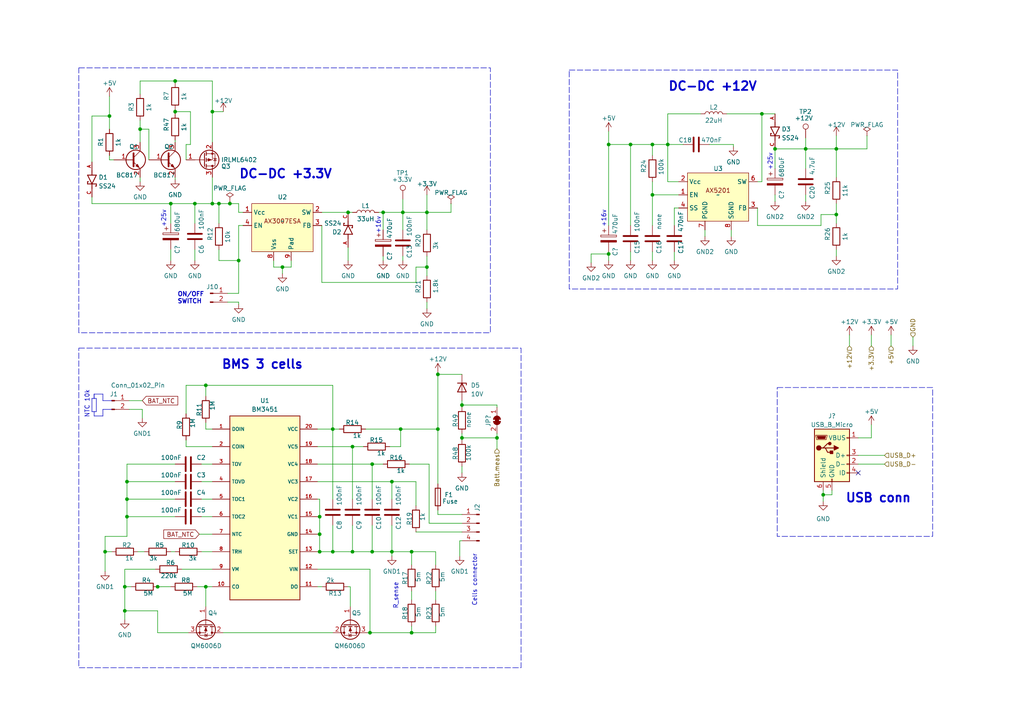
<source format=kicad_sch>
(kicad_sch (version 20230121) (generator eeschema)
  (paper "A4")
  (junction (at 123.825 77.47))
  (junction (at 81.915 77.47))
  (junction (at 144.145 127))
  (junction (at 59.69 111.76))
  (junction (at 176.53 41.91))
  (junction (at 233.68 43.18))
  (junction (at 30.48 160.02))
  (junction (at 36.195 170.18))
  (junction (at 238.76 143.51))
  (junction (at 189.23 56.515))
  (junction (at 92.71 160.02))
  (junction (at 36.83 144.78))
  (junction (at 107.95 160.02))
  (junction (at 36.83 139.7))
  (junction (at 133.985 127))
  (junction (at 69.215 75.565))
  (junction (at 50.8 32.385))
  (junction (at 176.53 73.66))
  (junction (at 92.71 154.94))
  (junction (at 119.38 183.515))
  (junction (at 92.71 149.86))
  (junction (at 66.675 59.055))
  (junction (at 49.53 59.055))
  (junction (at 127 124.46))
  (junction (at 127 108.585))
  (junction (at 113.665 160.02))
  (junction (at 102.235 129.54))
  (junction (at 193.675 41.91))
  (junction (at 116.205 124.46))
  (junction (at 116.84 61.595))
  (junction (at 36.83 149.86))
  (junction (at 50.8 23.495))
  (junction (at 220.98 33.02))
  (junction (at 61.595 59.055))
  (junction (at 102.235 160.02))
  (junction (at 133.985 117.475))
  (junction (at 107.315 183.515))
  (junction (at 242.57 43.18))
  (junction (at 45.72 170.18))
  (junction (at 111.125 61.595))
  (junction (at 113.665 139.7))
  (junction (at 31.75 33.655))
  (junction (at 123.825 61.595))
  (junction (at 40.64 37.465))
  (junction (at 242.57 62.23))
  (junction (at 56.515 59.055))
  (junction (at 59.69 170.18))
  (junction (at 96.52 124.46))
  (junction (at 182.88 41.91))
  (junction (at 96.52 160.02))
  (junction (at 189.23 41.91))
  (junction (at 100.965 61.595))
  (junction (at 224.79 43.18))
  (junction (at 107.95 134.62))
  (junction (at 61.595 32.385))
  (junction (at 36.195 177.165))
  (junction (at 119.38 160.02))
  (junction (at 63.5 59.055))
  (no_connect (at 248.92 137.16))
  (wire (pts (xy 124.46 134.62) (xy 118.745 134.62)))
  (wire (pts (xy 196.85 52.705) (xy 193.675 52.705)))
  (wire (pts (xy 92.075 129.54) (xy 102.235 129.54)))
  (wire (pts (xy 210.82 33.02) (xy 220.98 33.02)))
  (wire (pts (xy 113.665 139.7) (xy 120.65 139.7)))
  (wire (pts (xy 50.8 51.435) (xy 50.8 52.07)))
  (wire (pts (xy 56.515 59.055) (xy 56.515 64.77)))
  (wire (pts (xy 69.215 85.09) (xy 66.04 85.09)))
  (wire (pts (xy 113.665 139.7) (xy 113.665 144.78)))
  (wire (pts (xy 113.03 129.54) (xy 116.205 129.54)))
  (wire (pts (xy 63.5 72.39) (xy 63.5 75.565)))
  (wire (pts (xy 50.8 40.64) (xy 50.8 41.275)))
  (wire (pts (xy 171.45 73.66) (xy 176.53 73.66)))
  (wire (pts (xy 196.85 60.325) (xy 195.58 60.325)))
  (polyline (pts (xy 29.845 118.745) (xy 29.845 120.65)))
  (wire (pts (xy 92.075 144.78) (xy 92.71 144.78)))
  (wire (pts (xy 127 147.955) (xy 127 149.225)))
  (wire (pts (xy 93.345 81.915) (xy 120.65 81.915)))
  (wire (pts (xy 36.83 144.78) (xy 36.83 149.86)))
  (wire (pts (xy 61.595 129.54) (xy 53.975 129.54)))
  (wire (pts (xy 127 124.46) (xy 127 140.335)))
  (wire (pts (xy 36.83 149.86) (xy 36.83 155.575)))
  (wire (pts (xy 189.23 41.91) (xy 193.675 41.91)))
  (wire (pts (xy 107.315 183.515) (xy 119.38 183.515)))
  (wire (pts (xy 70.485 61.595) (xy 69.215 61.595)))
  (wire (pts (xy 120.65 154.305) (xy 133.985 154.305)))
  (wire (pts (xy 66.675 58.42) (xy 66.675 59.055)))
  (wire (pts (xy 58.42 160.02) (xy 61.595 160.02)))
  (wire (pts (xy 144.145 117.475) (xy 133.985 117.475)))
  (wire (pts (xy 56.515 59.055) (xy 49.53 59.055)))
  (wire (pts (xy 66.04 87.63) (xy 69.215 87.63)))
  (wire (pts (xy 113.665 160.02) (xy 107.95 160.02)))
  (wire (pts (xy 233.68 56.515) (xy 233.68 58.42)))
  (wire (pts (xy 45.085 170.18) (xy 45.72 170.18)))
  (polyline (pts (xy 27.305 119.38) (xy 27.305 120.65)))
  (wire (pts (xy 84.455 75.565) (xy 84.455 77.47)))
  (polyline (pts (xy 27.305 120.65) (xy 29.845 120.65)))
  (wire (pts (xy 61.595 32.385) (xy 64.77 32.385)))
  (wire (pts (xy 31.75 33.655) (xy 31.75 37.465)))
  (wire (pts (xy 119.38 183.515) (xy 126.365 183.515)))
  (wire (pts (xy 92.075 165.1) (xy 107.315 165.1)))
  (wire (pts (xy 26.67 59.055) (xy 49.53 59.055)))
  (wire (pts (xy 53.975 120.015) (xy 53.975 111.76)))
  (wire (pts (xy 127 108.585) (xy 127 124.46)))
  (wire (pts (xy 220.98 52.705) (xy 220.98 33.02)))
  (wire (pts (xy 100.965 170.18) (xy 101.6 170.18)))
  (wire (pts (xy 182.88 73.025) (xy 182.88 75.565)))
  (polyline (pts (xy 27.94 119.38) (xy 27.305 119.38)))
  (wire (pts (xy 69.215 61.595) (xy 69.215 59.055)))
  (polyline (pts (xy 26.67 115.57) (xy 27.305 115.57)))
  (wire (pts (xy 41.275 118.745) (xy 37.465 118.745)))
  (wire (pts (xy 133.985 108.585) (xy 127 108.585)))
  (wire (pts (xy 120.65 77.47) (xy 123.825 77.47)))
  (wire (pts (xy 107.95 160.02) (xy 102.235 160.02)))
  (wire (pts (xy 36.195 179.705) (xy 36.195 177.165)))
  (wire (pts (xy 96.52 124.46) (xy 98.425 124.46)))
  (wire (pts (xy 123.825 56.515) (xy 123.825 61.595)))
  (wire (pts (xy 30.48 160.02) (xy 32.385 160.02)))
  (wire (pts (xy 133.35 156.845) (xy 133.35 161.29)))
  (wire (pts (xy 53.975 129.54) (xy 53.975 127.635)))
  (wire (pts (xy 124.46 151.765) (xy 124.46 134.62)))
  (wire (pts (xy 92.71 154.94) (xy 92.71 160.02)))
  (wire (pts (xy 40.64 37.465) (xy 40.64 41.275)))
  (wire (pts (xy 219.71 52.705) (xy 220.98 52.705)))
  (wire (pts (xy 133.985 135.255) (xy 133.985 137.16)))
  (wire (pts (xy 238.76 142.24) (xy 238.76 143.51)))
  (wire (pts (xy 212.09 66.675) (xy 212.09 68.58)))
  (wire (pts (xy 36.195 165.1) (xy 36.195 170.18)))
  (wire (pts (xy 242.57 62.23) (xy 238.125 62.23)))
  (wire (pts (xy 70.485 65.405) (xy 69.215 65.405)))
  (wire (pts (xy 57.15 170.18) (xy 59.69 170.18)))
  (wire (pts (xy 50.8 32.385) (xy 50.8 33.02)))
  (wire (pts (xy 93.345 81.915) (xy 93.345 65.405)))
  (wire (pts (xy 248.92 132.08) (xy 256.54 132.08)))
  (wire (pts (xy 50.8 32.385) (xy 55.245 32.385)))
  (wire (pts (xy 242.57 72.39) (xy 242.57 74.295)))
  (wire (pts (xy 242.57 39.37) (xy 242.57 43.18)))
  (polyline (pts (xy 32.385 116.205) (xy 29.845 116.205)))
  (wire (pts (xy 26.67 57.15) (xy 26.67 59.055)))
  (wire (pts (xy 241.3 143.51) (xy 238.76 143.51)))
  (wire (pts (xy 81.915 77.47) (xy 84.455 77.47)))
  (wire (pts (xy 126.365 183.515) (xy 126.365 181.61)))
  (wire (pts (xy 195.58 73.025) (xy 195.58 75.565)))
  (wire (pts (xy 109.855 61.595) (xy 111.125 61.595)))
  (wire (pts (xy 144.145 127) (xy 144.145 130.175)))
  (wire (pts (xy 252.73 97.155) (xy 252.73 100.33)))
  (wire (pts (xy 57.785 154.94) (xy 61.595 154.94)))
  (wire (pts (xy 124.46 151.765) (xy 133.985 151.765)))
  (wire (pts (xy 248.92 134.62) (xy 256.54 134.62)))
  (wire (pts (xy 116.84 57.785) (xy 116.84 61.595)))
  (wire (pts (xy 248.92 127) (xy 252.73 127)))
  (wire (pts (xy 107.95 134.62) (xy 107.95 144.78)))
  (wire (pts (xy 219.71 60.325) (xy 219.71 65.405)))
  (wire (pts (xy 36.83 149.86) (xy 50.8 149.86)))
  (wire (pts (xy 238.76 143.51) (xy 238.76 145.415)))
  (wire (pts (xy 116.205 129.54) (xy 116.205 124.46)))
  (wire (pts (xy 224.79 56.515) (xy 224.79 58.42)))
  (wire (pts (xy 176.53 73.025) (xy 176.53 73.66)))
  (wire (pts (xy 264.795 97.79) (xy 264.795 100.33)))
  (wire (pts (xy 50.8 31.75) (xy 50.8 32.385)))
  (wire (pts (xy 49.53 59.055) (xy 49.53 64.77)))
  (wire (pts (xy 130.81 61.595) (xy 123.825 61.595)))
  (wire (pts (xy 189.23 52.705) (xy 189.23 56.515)))
  (wire (pts (xy 58.42 139.7) (xy 61.595 139.7)))
  (wire (pts (xy 36.195 170.18) (xy 38.1 170.18)))
  (wire (pts (xy 64.77 183.515) (xy 96.52 183.515)))
  (wire (pts (xy 92.075 170.18) (xy 93.345 170.18)))
  (wire (pts (xy 126.365 163.83) (xy 126.365 160.02)))
  (wire (pts (xy 69.215 65.405) (xy 69.215 75.565)))
  (wire (pts (xy 36.83 139.7) (xy 36.83 144.78)))
  (wire (pts (xy 133.985 156.845) (xy 133.35 156.845)))
  (wire (pts (xy 242.57 64.77) (xy 242.57 62.23)))
  (wire (pts (xy 37.465 116.205) (xy 41.275 116.205)))
  (wire (pts (xy 242.57 43.18) (xy 242.57 51.435)))
  (wire (pts (xy 41.275 121.285) (xy 41.275 118.745)))
  (wire (pts (xy 123.825 74.295) (xy 123.825 77.47)))
  (polyline (pts (xy 29.845 114.3) (xy 29.845 116.205)))
  (wire (pts (xy 81.915 77.47) (xy 81.915 79.375)))
  (wire (pts (xy 212.725 41.91) (xy 212.725 42.545)))
  (wire (pts (xy 123.825 77.47) (xy 123.825 80.01)))
  (wire (pts (xy 92.075 149.86) (xy 92.71 149.86)))
  (wire (pts (xy 176.53 38.1) (xy 176.53 41.91)))
  (wire (pts (xy 63.5 59.055) (xy 66.675 59.055)))
  (wire (pts (xy 61.595 59.055) (xy 63.5 59.055)))
  (wire (pts (xy 107.95 152.4) (xy 107.95 160.02)))
  (wire (pts (xy 102.235 152.4) (xy 102.235 160.02)))
  (wire (pts (xy 126.365 160.02) (xy 119.38 160.02)))
  (wire (pts (xy 119.38 181.61) (xy 119.38 183.515)))
  (wire (pts (xy 92.075 154.94) (xy 92.71 154.94)))
  (wire (pts (xy 36.83 134.62) (xy 36.83 139.7)))
  (polyline (pts (xy 26.67 119.38) (xy 26.67 115.57)))
  (wire (pts (xy 100.965 71.755) (xy 100.965 75.565)))
  (wire (pts (xy 220.98 33.02) (xy 224.79 33.02)))
  (wire (pts (xy 176.53 65.405) (xy 176.53 41.91)))
  (wire (pts (xy 233.68 40.005) (xy 233.68 43.18)))
  (wire (pts (xy 119.38 163.83) (xy 119.38 160.02)))
  (wire (pts (xy 195.58 60.325) (xy 195.58 65.405)))
  (wire (pts (xy 26.67 46.99) (xy 26.67 33.655)))
  (wire (pts (xy 52.705 165.1) (xy 61.595 165.1)))
  (wire (pts (xy 126.365 171.45) (xy 126.365 173.99)))
  (wire (pts (xy 92.075 124.46) (xy 96.52 124.46)))
  (wire (pts (xy 182.88 41.91) (xy 189.23 41.91)))
  (wire (pts (xy 133.985 117.475) (xy 133.985 118.11)))
  (wire (pts (xy 120.65 139.7) (xy 120.65 146.685)))
  (wire (pts (xy 59.69 170.18) (xy 61.595 170.18)))
  (wire (pts (xy 61.595 51.435) (xy 61.595 59.055)))
  (wire (pts (xy 36.83 139.7) (xy 50.8 139.7)))
  (wire (pts (xy 69.215 87.63) (xy 69.215 88.265)))
  (wire (pts (xy 116.84 74.295) (xy 116.84 75.565)))
  (polyline (pts (xy 32.385 118.745) (xy 29.845 118.745)))
  (wire (pts (xy 258.445 97.155) (xy 258.445 100.33)))
  (wire (pts (xy 116.84 61.595) (xy 116.84 66.675)))
  (wire (pts (xy 43.18 37.465) (xy 43.18 46.355)))
  (wire (pts (xy 53.975 111.76) (xy 59.69 111.76)))
  (wire (pts (xy 36.83 144.78) (xy 50.8 144.78)))
  (wire (pts (xy 55.245 32.385) (xy 55.245 41.91)))
  (wire (pts (xy 101.6 170.18) (xy 101.6 175.895)))
  (wire (pts (xy 40.64 37.465) (xy 43.18 37.465)))
  (wire (pts (xy 251.46 39.37) (xy 251.46 43.18)))
  (wire (pts (xy 123.825 87.63) (xy 123.825 89.535)))
  (wire (pts (xy 233.68 43.18) (xy 224.79 43.18)))
  (wire (pts (xy 144.145 125.73) (xy 144.145 127)))
  (wire (pts (xy 189.23 73.025) (xy 189.23 75.565)))
  (polyline (pts (xy 27.305 119.38) (xy 26.67 119.38)))
  (wire (pts (xy 58.42 149.86) (xy 61.595 149.86)))
  (wire (pts (xy 40.64 51.435) (xy 40.64 52.705)))
  (wire (pts (xy 193.675 41.91) (xy 198.12 41.91)))
  (wire (pts (xy 92.075 134.62) (xy 107.95 134.62)))
  (wire (pts (xy 107.95 134.62) (xy 111.125 134.62)))
  (wire (pts (xy 93.345 61.595) (xy 100.965 61.595)))
  (wire (pts (xy 92.71 144.78) (xy 92.71 149.86)))
  (wire (pts (xy 123.825 61.595) (xy 123.825 66.675)))
  (wire (pts (xy 113.665 152.4) (xy 113.665 160.02)))
  (wire (pts (xy 92.71 149.86) (xy 92.71 154.94)))
  (wire (pts (xy 176.53 73.66) (xy 176.53 75.565)))
  (wire (pts (xy 130.81 59.055) (xy 130.81 61.595)))
  (wire (pts (xy 63.5 59.055) (xy 63.5 64.77)))
  (wire (pts (xy 49.53 160.02) (xy 50.8 160.02)))
  (wire (pts (xy 193.675 41.91) (xy 193.675 52.705)))
  (wire (pts (xy 189.23 56.515) (xy 189.23 65.405)))
  (wire (pts (xy 50.8 134.62) (xy 36.83 134.62)))
  (wire (pts (xy 133.985 116.205) (xy 133.985 117.475)))
  (wire (pts (xy 252.73 123.19) (xy 252.73 127)))
  (polyline (pts (xy 27.305 114.3) (xy 27.305 115.57)))
  (wire (pts (xy 30.48 160.02) (xy 30.48 165.735)))
  (wire (pts (xy 31.75 46.355) (xy 33.02 46.355)))
  (wire (pts (xy 111.125 61.595) (xy 111.125 66.675)))
  (wire (pts (xy 61.595 124.46) (xy 59.69 124.46)))
  (wire (pts (xy 79.375 77.47) (xy 81.915 77.47)))
  (wire (pts (xy 176.53 41.91) (xy 182.88 41.91)))
  (wire (pts (xy 102.235 129.54) (xy 102.235 144.78)))
  (wire (pts (xy 116.84 61.595) (xy 123.825 61.595)))
  (wire (pts (xy 92.075 160.02) (xy 92.71 160.02)))
  (wire (pts (xy 45.085 165.1) (xy 36.195 165.1)))
  (wire (pts (xy 53.975 41.91) (xy 53.975 46.355)))
  (wire (pts (xy 61.595 23.495) (xy 61.595 32.385)))
  (wire (pts (xy 26.67 33.655) (xy 31.75 33.655)))
  (wire (pts (xy 241.3 142.24) (xy 241.3 143.51)))
  (wire (pts (xy 69.215 75.565) (xy 69.215 85.09)))
  (wire (pts (xy 54.61 183.515) (xy 45.72 183.515)))
  (wire (pts (xy 58.42 134.62) (xy 61.595 134.62)))
  (wire (pts (xy 56.515 72.39) (xy 56.515 75.565)))
  (wire (pts (xy 36.195 177.165) (xy 36.195 170.18)))
  (wire (pts (xy 204.47 66.675) (xy 204.47 68.58)))
  (wire (pts (xy 102.235 160.02) (xy 96.52 160.02)))
  (wire (pts (xy 246.38 97.155) (xy 246.38 100.33)))
  (wire (pts (xy 127 107.95) (xy 127 108.585)))
  (wire (pts (xy 133.985 127) (xy 133.985 127.635)))
  (wire (pts (xy 233.68 43.18) (xy 233.68 48.895)))
  (wire (pts (xy 50.8 23.495) (xy 61.595 23.495)))
  (wire (pts (xy 45.72 170.18) (xy 49.53 170.18)))
  (wire (pts (xy 224.79 43.18) (xy 224.79 48.895)))
  (wire (pts (xy 36.83 155.575) (xy 30.48 155.575)))
  (wire (pts (xy 55.245 41.91) (xy 53.975 41.91)))
  (wire (pts (xy 196.85 56.515) (xy 189.23 56.515)))
  (polyline (pts (xy 27.305 114.3) (xy 27.305 115.57)))
  (wire (pts (xy 238.125 62.23) (xy 238.125 65.405)))
  (wire (pts (xy 242.57 43.18) (xy 233.68 43.18)))
  (wire (pts (xy 106.68 183.515) (xy 107.315 183.515)))
  (wire (pts (xy 56.515 59.055) (xy 61.595 59.055)))
  (wire (pts (xy 182.88 65.405) (xy 182.88 41.91)))
  (wire (pts (xy 92.075 139.7) (xy 113.665 139.7)))
  (wire (pts (xy 193.675 33.02) (xy 203.2 33.02)))
  (wire (pts (xy 171.45 76.2) (xy 171.45 73.66)))
  (wire (pts (xy 79.375 75.565) (xy 79.375 77.47)))
  (wire (pts (xy 40.64 23.495) (xy 50.8 23.495)))
  (polyline (pts (xy 27.305 114.3) (xy 29.845 114.3)))
  (wire (pts (xy 40.005 160.02) (xy 41.91 160.02)))
  (wire (pts (xy 242.57 62.23) (xy 242.57 59.055)))
  (wire (pts (xy 31.75 45.085) (xy 31.75 46.355)))
  (wire (pts (xy 96.52 160.02) (xy 92.71 160.02)))
  (wire (pts (xy 50.8 24.13) (xy 50.8 23.495)))
  (wire (pts (xy 116.205 124.46) (xy 127 124.46)))
  (wire (pts (xy 96.52 152.4) (xy 96.52 160.02)))
  (wire (pts (xy 120.65 81.915) (xy 120.65 77.47)))
  (wire (pts (xy 40.64 23.495) (xy 40.64 27.305)))
  (wire (pts (xy 189.23 41.91) (xy 189.23 45.085)))
  (wire (pts (xy 59.69 170.18) (xy 59.69 175.895)))
  (wire (pts (xy 45.72 183.515) (xy 45.72 177.165)))
  (wire (pts (xy 58.42 144.78) (xy 61.595 144.78)))
  (wire (pts (xy 107.315 183.515) (xy 107.315 165.1)))
  (wire (pts (xy 133.985 125.73) (xy 133.985 127)))
  (wire (pts (xy 45.72 177.165) (xy 36.195 177.165)))
  (polyline (pts (xy 27.305 115.57) (xy 27.94 115.57)))
  (wire (pts (xy 127 149.225) (xy 133.985 149.225)))
  (wire (pts (xy 106.045 124.46) (xy 116.205 124.46)))
  (wire (pts (xy 59.69 124.46) (xy 59.69 122.555)))
  (wire (pts (xy 96.52 111.76) (xy 59.69 111.76)))
  (wire (pts (xy 119.38 160.02) (xy 113.665 160.02)))
  (wire (pts (xy 111.125 61.595) (xy 116.84 61.595)))
  (wire (pts (xy 219.71 65.405) (xy 238.125 65.405)))
  (wire (pts (xy 111.125 74.295) (xy 111.125 75.565)))
  (wire (pts (xy 102.235 129.54) (xy 105.41 129.54)))
  (wire (pts (xy 40.64 34.925) (xy 40.64 37.465)))
  (wire (pts (xy 193.675 33.02) (xy 193.675 41.91)))
  (wire (pts (xy 30.48 155.575) (xy 30.48 160.02)))
  (wire (pts (xy 31.75 27.94) (xy 31.75 33.655)))
  (wire (pts (xy 251.46 43.18) (xy 242.57 43.18)))
  (wire (pts (xy 119.38 171.45) (xy 119.38 173.99)))
  (wire (pts (xy 96.52 124.46) (xy 96.52 111.76)))
  (wire (pts (xy 61.595 32.385) (xy 61.595 41.275)))
  (wire (pts (xy 113.665 161.29) (xy 113.665 160.02)))
  (wire (pts (xy 205.74 41.91) (xy 212.725 41.91)))
  (wire (pts (xy 49.53 72.39) (xy 49.53 75.565)))
  (wire (pts (xy 100.965 61.595) (xy 102.235 61.595)))
  (polyline (pts (xy 27.94 115.57) (xy 27.94 119.38)))
  (wire (pts (xy 63.5 75.565) (xy 69.215 75.565)))
  (wire (pts (xy 96.52 124.46) (xy 96.52 144.78)))
  (wire (pts (xy 133.985 127) (xy 144.145 127)))
  (wire (pts (xy 144.145 118.11) (xy 144.145 117.475)))
  (wire (pts (xy 66.675 59.055) (xy 69.215 59.055)))
  (wire (pts (xy 59.69 111.76) (xy 59.69 114.935)))
  (rectangle (start 225.425 112.395) (end 270.51 155.575) (stroke (width 0) (type dash)))
  (rectangle (start 165.1 20.32) (end 260.35 83.82) (stroke (width 0) (type dash)))
  (rectangle (start 22.86 100.965) (end 151.13 193.675) (stroke (width 0) (type dash)))
  (rectangle (start 22.86 19.685) (end 142.24 96.52) (stroke (width 0) (type dash)))
  (text "USB conn" (at 245.11 146.05 0) (effects (font (size 2.54 2.54) (thickness 0.508) bold) (justify left bottom)))
  (text "+25v" (at 224.155 49.53 90) (effects (font (size 1.27 1.27)) (justify left bottom)))
  (text "R_sense" (at 115.57 168.91 90) (effects (font (size 1.27 1.27)) (justify right bottom)))
  (text "BMS 3 cells" (at 64.135 107.315 0) (effects (font (size 2.54 2.54) (thickness 0.508) bold) (justify left bottom)))
  (text "DC-DC +12V" (at 193.675 26.67 0) (effects (font (size 2.54 2.54) (thickness 0.508) bold) (justify left bottom)))
  (text "+25v" (at 48.26 66.04 90) (effects (font (size 1.27 1.27)) (justify left bottom)))
  (text "+16v" (at 175.895 66.04 90) (effects (font (size 1.27 1.27)) (justify left bottom)))
  (text "+16v" (at 110.49 67.945 90) (effects (font (size 1.27 1.27)) (justify left bottom)))
  (text "ON/OFF\nSWITCH" (at 51.435 88.265 0) (effects (font (size 1.27 1.27) (thickness 0.254) bold) (justify left bottom)))
  (text "NTC 10k" (at 26.035 121.285 90) (effects (font (size 1.27 1.27)) (justify left bottom)))
  (text "DC-DC +3.3V" (at 69.215 52.07 0) (effects (font (size 2.54 2.54) (thickness 0.508) bold) (justify left bottom)))
  (text "Cells connector" (at 138.43 175.895 90) (effects (font (size 1.27 1.27)) (justify left bottom)))
  (global_label "BAT_NTC" (shape input) (at 57.785 154.94 180) (property "Intersheetrefs" "${INTERSHEET_REFS}" (effects hide)))
  (global_label "BAT_NTC" (shape input) (at 41.275 116.205 0) (property "Intersheetrefs" "${INTERSHEET_REFS}" (effects hide)))
  (hierarchical_label "USB_D+" (shape input) (at 256.54 132.08 0))
  (hierarchical_label "GND" (shape input) (at 264.795 97.79 90))
  (hierarchical_label "+3.3V" (shape input) (at 252.73 100.33 270))
  (hierarchical_label "+12V" (shape input) (at 246.38 100.33 270))
  (hierarchical_label "USB_D-" (shape input) (at 256.54 134.62 0))
  (hierarchical_label "Batt.meas" (shape input) (at 144.145 130.175 270))
  (hierarchical_label "+5V" (shape input) (at 258.445 100.33 270))
  (symbol (lib_id "SS24:SS24") (at 100.965 66.675 90) (unit 1)
    (property "Reference" "D2" (at 99.06 67.31 90) (effects (justify left)))
    (property "Value" "SS24" (at 99.06 64.77 90) (effects (justify left)))
    (property "Footprint" "bin:DIOM5336X265N" (effects hide))
    (property "PARTREV" "1.1.2" (effects hide))
    (property "STANDARD" "IPC 7351B" (effects hide))
    (property "MAXIMUM_PACKAGE_HEIGHT" "2.65 mm" (effects hide))
    (property "MANUFACTURER" "ON Semiconductor" (effects hide))
  )
  (symbol (lib_id "power:GND") (at 264.795 100.33 0) (unit 1)
    (property "Reference" "#PWR?" (effects hide))
    (property "Value" "GND" (at 264.795 104.775 0))
    (instances (project "MR-SLDR-01" (path "" (reference "#PWR?") (unit 1)) (path "" (reference "#PWR038") (unit 1)) (path "" (reference "#PWR?") (unit 1))))
  )
  (symbol (lib_id "power:+12V") (at 246.38 97.155 0) (unit 1)
    (property "Reference" "#PWR035" (effects hide))
    (property "Value" "+12V" (at 246.38 93.345 0))
    (instances (project "MR-SLDR-01" (path "" (reference "#PWR035") (unit 1)) (path "" (reference "#PWR?") (unit 1))))
  )
  (symbol (lib_id "power:GND2") (at 224.79 58.42 0) (unit 1)
    (property "Reference" "#PWR027" (effects hide))
    (property "Value" "GND2" (at 224.79 62.865 0))
  )
  (symbol (lib_id "Device:R") (at 109.22 129.54 90) (unit 1)
    (property "Reference" "R15" (at 111.125 127.635 90) (effects (justify left)))
    (property "Value" "1k" (at 111.76 131.445 90) (effects (justify left)))
    (property "Footprint" "Resistor_SMD:R_0805_2012Metric_Pad1.20x1.40mm_HandSolder" (effects hide))
  )
  (symbol (lib_id "Device:C") (at 195.58 69.215 0) (unit 1)
    (property "Reference" "C17" (at 197.485 73.66 90) (effects (justify left)))
    (property "Value" "470nF" (at 197.485 67.31 90) (effects (justify left)))
    (property "Footprint" "Capacitor_SMD:C_0805_2012Metric_Pad1.18x1.45mm_HandSolder" (effects hide))
  )
  (symbol (lib_id "power:GND2") (at 204.47 68.58 0) (unit 1)
    (property "Reference" "#PWR082" (effects hide))
    (property "Value" "GND2" (at 204.47 73.025 0))
  )
  (symbol (lib_id "power:GND") (at 69.215 88.265 0) (unit 1)
    (property "Reference" "#PWR010" (effects hide))
    (property "Value" "GND" (at 69.215 92.71 0))
  )
  (symbol (lib_id "Device:R") (at 63.5 68.58 0) (unit 1)
    (property "Reference" "R12" (at 60.96 69.85 90) (effects (justify left)))
    (property "Value" "10k" (at 66.04 70.485 90) (effects (justify left)))
    (property "Footprint" "Resistor_SMD:R_0805_2012Metric_Pad1.20x1.40mm_HandSolder" (effects hide))
  )
  (symbol (lib_id "Device:R") (at 41.91 170.18 90) (unit 1)
    (property "Reference" "R4" (at 43.815 168.275 90) (effects (justify left)))
    (property "Value" "5M" (at 44.45 172.085 90) (effects (justify left)))
    (property "Footprint" "Resistor_SMD:R_0805_2012Metric_Pad1.20x1.40mm_HandSolder" (effects hide))
  )
  (symbol (lib_id "Device:D_Zener") (at 133.985 112.395 270) (unit 1)
    (property "Reference" "D5" (at 136.525 111.76 90) (effects (justify left)))
    (property "Value" "10V" (at 136.525 114.3 90) (effects (justify left)))
    (property "Footprint" "Diode_SMD:D_MiniMELF" (effects hide))
  )
  (symbol (lib_id "Device:R") (at 133.985 131.445 180) (unit 1)
    (property "Reference" "R48" (at 132.08 129.54 90) (effects (justify left)))
    (property "Value" "100k" (at 135.89 128.905 90) (effects (justify left)))
    (property "Footprint" "Resistor_SMD:R_0805_2012Metric_Pad1.20x1.40mm_HandSolder" (effects hide))
  )
  (symbol (lib_id "Device:R") (at 97.155 170.18 270) (unit 1)
    (property "Reference" "R13" (at 95.25 172.085 90) (effects (justify left)))
    (property "Value" "2k" (at 94.615 168.275 90) (effects (justify left)))
    (property "Footprint" "Resistor_SMD:R_0805_2012Metric_Pad1.20x1.40mm_HandSolder" (effects hide))
  )
  (symbol (lib_id "Device:R") (at 123.825 70.485 0) (unit 1)
    (property "Reference" "R20" (at 121.285 71.755 90) (effects (justify left)))
    (property "Value" "3k" (at 126.365 72.39 90) (effects (justify left)))
    (property "Footprint" "Resistor_SMD:R_0805_2012Metric_Pad1.20x1.40mm_HandSolder" (effects hide))
  )
  (symbol (lib_id "Device:C") (at 54.61 149.86 90) (unit 1)
    (property "Reference" "C5" (at 59.69 147.955 90) (effects (justify left)))
    (property "Value" "100nF" (at 52.705 147.955 90) (effects (justify left)))
    (property "Footprint" "Capacitor_SMD:C_0805_2012Metric_Pad1.18x1.45mm_HandSolder" (effects hide))
  )
  (symbol (lib_id "Device:R") (at 59.69 118.745 180) (unit 1)
    (property "Reference" "R11" (at 57.785 116.84 90) (effects (justify left)))
    (property "Value" "1M" (at 61.595 116.205 90) (effects (justify left)))
    (property "Footprint" "Resistor_SMD:R_0805_2012Metric_Pad1.20x1.40mm_HandSolder" (effects hide))
  )
  (symbol (lib_id "power:GND1") (at 41.275 121.285 0) (unit 1)
    (property "Reference" "#PWR05" (effects hide))
    (property "Value" "GND1" (at 41.275 125.73 0))
  )
  (symbol (lib_id "power:GND") (at 212.725 42.545 0) (unit 1)
    (property "Reference" "#PWR030" (effects hide))
    (property "Value" "GND" (at 212.725 46.99 0))
  )
  (symbol (lib_id "power:GND") (at 116.84 75.565 0) (unit 1)
    (property "Reference" "#PWR015" (effects hide))
    (property "Value" "GND" (at 116.84 80.01 0))
  )
  (symbol (lib_id "Device:R") (at 119.38 177.8 180) (unit 1)
    (property "Reference" "R18" (at 117.475 175.895 90) (effects (justify left)))
    (property "Value" "5m" (at 121.285 175.895 90) (effects (justify left)))
    (property "Footprint" "Resistor_SMD:R_2512_6332Metric_Pad1.40x3.35mm_HandSolder" (effects hide))
  )
  (symbol (lib_id "Device:R") (at 48.895 165.1 90) (unit 1)
    (property "Reference" "R6" (at 50.8 163.195 90) (effects (justify left)))
    (property "Value" "220k" (at 51.435 167.005 90) (effects (justify left)))
    (property "Footprint" "Resistor_SMD:R_0805_2012Metric_Pad1.20x1.40mm_HandSolder" (effects hide))
  )
  (symbol (lib_id "power:GND2") (at 171.45 76.2 0) (unit 1)
    (property "Reference" "#PWR028" (effects hide))
    (property "Value" "GND2" (at 171.45 80.645 0))
  )
  (symbol (lib_id "power:GND") (at 189.23 75.565 0) (unit 1)
    (property "Reference" "#PWR024" (effects hide))
    (property "Value" "GND" (at 189.23 80.01 0))
  )
  (symbol (lib_id "power:PWR_FLAG") (at 130.81 59.055 0) (unit 1)
    (property "Reference" "#FLG?" (effects hide))
    (property "Value" "PWR_FLAG" (at 130.81 55.88 0))
    (instances (project "MR-SLDR-01" (path "" (reference "#FLG?") (unit 1)) (path "" (reference "#FLG02") (unit 1))))
  )
  (symbol (lib_id "power:GND1") (at 133.35 161.29 0) (unit 1)
    (property "Reference" "#PWR019" (effects hide))
    (property "Value" "GND1" (at 133.35 165.735 0))
  )
  (symbol (lib_id "Device:R") (at 126.365 177.8 180) (unit 1)
    (property "Reference" "R23" (at 124.46 175.895 90) (effects (justify left)))
    (property "Value" "5m" (at 128.27 175.895 90) (effects (justify left)))
    (property "Footprint" "Resistor_SMD:R_2512_6332Metric_Pad1.40x3.35mm_HandSolder" (effects hide))
  )
  (symbol (lib_id "power:PWR_FLAG") (at 251.46 39.37 0) (unit 1)
    (property "Reference" "#FLG?" (effects hide))
    (property "Value" "PWR_FLAG" (at 251.46 36.195 0))
    (instances (project "MR-SLDR-01" (path "" (reference "#FLG?") (unit 1)) (path "" (reference "#FLG03") (unit 1))))
  )
  (symbol (lib_id "power:+5V") (at 31.75 27.94 0) (unit 1)
    (property "Reference" "#PWR02" (effects hide))
    (property "Value" "+5V" (at 31.75 24.13 0))
  )
  (symbol (lib_id "power:GND") (at 195.58 75.565 0) (unit 1)
    (property "Reference" "#PWR025" (effects hide))
    (property "Value" "GND" (at 195.58 80.01 0))
  )
  (symbol (lib_id "Device:Fuse") (at 127 144.145 0) (unit 1)
    (property "Reference" "F1" (at 128.905 143.51 0) (effects (justify left)))
    (property "Value" "Fuse" (at 128.27 145.415 0) (effects (justify left)))
    (property "Footprint" "Fuse:Fuse_1206_3216Metric_Pad1.42x1.75mm_HandSolder" (effects hide))
  )
  (symbol (lib_id "Device:L") (at 207.01 33.02 90) (unit 1)
    (property "Reference" "L2" (at 207.01 31.115 90))
    (property "Value" "22uH" (at 207.01 34.925 90))
    (property "Footprint" "Inductor_SMD:L_TDK_VLF10040" (effects hide))
  )
  (symbol (lib_id "Device:C") (at 96.52 148.59 0) (unit 1)
    (property "Reference" "C8" (at 98.425 153.67 90) (effects (justify left)))
    (property "Value" "100nF" (at 98.425 146.685 90) (effects (justify left)))
    (property "Footprint" "Capacitor_SMD:C_0805_2012Metric_Pad1.18x1.45mm_HandSolder" (effects hide))
  )
  (symbol (lib_id "BM3451:BM3451(20pin)") (at 76.835 147.32 0) (unit 1)
    (property "Reference" "U1" (at 76.835 116.205 0))
    (property "Value" "BM3451" (at 76.835 118.745 0))
    (property "Footprint" "Package_SO:TSSOP-20_4.4x6.5mm_P0.65mm" (effects hide))
  )
  (symbol (lib_id "Jumper:SolderJumper_2_Bridged") (at 144.145 121.92 270) (unit 1)
    (property "Reference" "JP?" (at 141.605 123.825 0) (effects (justify right)))
    (property "Value" "SolderJumper_2_Bridged" (effects hide))
    (property "Footprint" "Jumper:SolderJumper-2_P1.3mm_Bridged_RoundedPad1.0x1.5mm" (effects hide))
    (instances (project "MR-SLDR-01" (path "" (reference "JP?") (unit 1)) (path "" (reference "JP7") (unit 1)) (path "" (reference "JP9") (unit 1))))
  )
  (symbol (lib_id "Transistor_BJT:BC817") (at 38.1 46.355 0) (unit 1)
    (property "Reference" "Q1" (at 37.465 42.545 0) (effects (justify left)))
    (property "Value" "BC817" (at 33.655 50.8 0) (effects (justify left)))
    (property "Footprint" "Package_TO_SOT_SMD:SOT-23" (effects hide))
    (property "Datasheet" "https://www.onsemi.com/pub/Collateral/BC818-D.pdf" (effects hide))
  )
  (symbol (lib_id "power:GND") (at 176.53 75.565 0) (unit 1)
    (property "Reference" "#PWR021" (effects hide))
    (property "Value" "GND" (at 176.53 80.01 0))
  )
  (symbol (lib_id "Connector:Conn_01x02_Pin") (at 60.96 85.09 0) (unit 1)
    (property "Reference" "J10" (at 61.595 83.185 0))
    (property "Value" "Conn_01x02_Pin" (effects hide))
    (property "Footprint" "Connector_Molex:Molex_SL_171971-0002_1x02_P2.54mm_Vertical" (effects hide))
  )
  (symbol (lib_id "power:+5V") (at 252.73 123.19 0) (unit 1)
    (property "Reference" "#PWR026" (effects hide))
    (property "Value" "+5V" (at 252.73 119.38 0))
  )
  (symbol (lib_id "axelite:AX5201") (at 208.28 56.515 0) (unit 1)
    (property "Reference" "U3" (at 208.28 48.895 0))
    (property "Value" "~" (at 208.28 56.515 0))
    (property "Footprint" "Package_SO:SOIC-8-1EP_3.9x4.9mm_P1.27mm_EP2.29x3mm" (effects hide))
  )
  (symbol (lib_id "power:+12V") (at 127 107.95 0) (unit 1)
    (property "Reference" "#PWR018" (effects hide))
    (property "Value" "+12V" (at 127 104.14 0))
    (instances (project "MR-SLDR-01" (path "" (reference "#PWR018") (unit 1)) (path "" (reference "#PWR?") (unit 1))))
  )
  (symbol (lib_id "Device:R") (at 31.75 41.275 180) (unit 1)
    (property "Reference" "R1" (at 29.21 42.545 90) (effects (justify right)))
    (property "Value" "1k" (at 34.29 42.545 90) (effects (justify right)))
    (property "Footprint" "Resistor_SMD:R_0805_2012Metric_Pad1.20x1.40mm_HandSolder" (effects hide))
  )
  (symbol (lib_id "power:GND") (at 111.125 75.565 0) (unit 1)
    (property "Reference" "#PWR013" (effects hide))
    (property "Value" "GND" (at 111.125 80.01 0))
  )
  (symbol (lib_id "Device:R") (at 102.235 124.46 90) (unit 1)
    (property "Reference" "R14" (at 104.14 122.555 90) (effects (justify left)))
    (property "Value" "1k" (at 104.775 126.365 90) (effects (justify left)))
    (property "Footprint" "Resistor_SMD:R_0805_2012Metric_Pad1.20x1.40mm_HandSolder" (effects hide))
  )
  (symbol (lib_id "Device:R") (at 45.72 160.02 90) (unit 1)
    (property "Reference" "R5" (at 47.625 158.115 90) (effects (justify left)))
    (property "Value" "3k" (at 45.72 161.925 90) (effects (justify left)))
    (property "Footprint" "Resistor_SMD:R_0805_2012Metric_Pad1.20x1.40mm_HandSolder" (effects hide))
  )
  (symbol (lib_id "Device:C") (at 189.23 69.215 0) (unit 1)
    (property "Reference" "C16" (at 191.135 73.66 90) (effects (justify left)))
    (property "Value" "none" (at 191.135 66.675 90) (effects (justify left)))
    (property "Footprint" "Capacitor_SMD:C_0805_2012Metric_Pad1.18x1.45mm_HandSolder" (effects hide))
  )
  (symbol (lib_id "power:GND") (at 81.915 79.375 0) (unit 1)
    (property "Reference" "#PWR011" (effects hide))
    (property "Value" "GND" (at 81.915 83.82 0))
  )
  (symbol (lib_id "power:GND1") (at 113.665 161.29 0) (unit 1)
    (property "Reference" "#PWR014" (effects hide))
    (property "Value" "GND1" (at 113.665 165.735 0))
  )
  (symbol (lib_id "Device:C_Polarized") (at 49.53 68.58 0) (unit 1)
    (property "Reference" "C?" (at 51.435 73.66 90) (effects (justify left)))
    (property "Value" "680uF" (at 51.435 67.31 90) (effects (justify left)))
    (property "Footprint" "Capacitor_THT:CP_Radial_D10.0mm_P5.00mm" (effects hide))
    (instances (project "MR-SLDR-01" (path "" (reference "C?") (unit 1)) (path "" (reference "C1") (unit 1))))
  )
  (symbol (lib_id "SS24:SS24") (at 26.67 52.07 270) (unit 1)
    (property "Reference" "D1" (at 28.575 51.435 90) (effects (justify left)))
    (property "Value" "SS24" (at 28.575 53.975 90) (effects (justify left)))
    (property "Footprint" "bin:DIOM5336X265N" (effects hide))
    (property "PARTREV" "1.1.2" (effects hide))
    (property "STANDARD" "IPC 7351B" (effects hide))
    (property "MAXIMUM_PACKAGE_HEIGHT" "2.65 mm" (effects hide))
    (property "MANUFACTURER" "ON Semiconductor" (effects hide))
  )
  (symbol (lib_id "power:+5V") (at 176.53 38.1 0) (unit 1)
    (property "Reference" "#PWR020" (effects hide))
    (property "Value" "+5V" (at 176.53 34.29 0))
  )
  (symbol (lib_id "SS24:SS24") (at 224.79 38.1 270) (unit 1)
    (property "Reference" "D3" (at 226.695 37.465 90) (effects (justify left)))
    (property "Value" "SS24" (at 226.695 40.005 90) (effects (justify left)))
    (property "Footprint" "bin:DIOM5336X265N" (effects hide))
    (property "PARTREV" "1.1.2" (effects hide))
    (property "STANDARD" "IPC 7351B" (effects hide))
    (property "MAXIMUM_PACKAGE_HEIGHT" "2.65 mm" (effects hide))
    (property "MANUFACTURER" "ON Semiconductor" (effects hide))
  )
  (symbol (lib_id "power:GND1") (at 30.48 165.735 0) (unit 1)
    (property "Reference" "#PWR01" (effects hide))
    (property "Value" "GND1" (at 30.48 170.18 0))
  )
  (symbol (lib_id "Device:C") (at 102.235 148.59 0) (unit 1)
    (property "Reference" "C9" (at 104.14 153.67 90) (effects (justify left)))
    (property "Value" "100nF" (at 104.14 146.685 90) (effects (justify left)))
    (property "Footprint" "Capacitor_SMD:C_0805_2012Metric_Pad1.18x1.45mm_HandSolder" (effects hide))
  )
  (symbol (lib_id "Connector:Conn_01x02_Pin") (at 32.385 116.205 0) (unit 1)
    (property "Reference" "J1" (at 33.02 114.3 0))
    (property "Value" "Conn_01x02_Pin" (at 40.005 111.76 0))
    (property "Footprint" "Connector_Molex:Molex_SL_171971-0002_1x02_P2.54mm_Vertical" (effects hide))
  )
  (symbol (lib_id "power:GND") (at 49.53 75.565 0) (unit 1)
    (property "Reference" "#PWR06" (effects hide))
    (property "Value" "GND" (at 49.53 80.01 0))
  )
  (symbol (lib_id "Device:R") (at 242.57 55.245 0) (unit 1)
    (property "Reference" "R25" (at 240.03 56.515 90) (effects (justify left)))
    (property "Value" "11k" (at 245.11 57.15 90) (effects (justify left)))
    (property "Footprint" "Resistor_SMD:R_0805_2012Metric_Pad1.20x1.40mm_HandSolder" (effects hide))
  )
  (symbol (lib_id "power:GND2") (at 242.57 74.295 0) (unit 1)
    (property "Reference" "#PWR032" (effects hide))
    (property "Value" "GND2" (at 242.57 78.74 0))
  )
  (symbol (lib_id "Device:R") (at 123.825 83.82 180) (unit 1)
    (property "Reference" "R21" (at 121.285 85.09 90) (effects (justify right)))
    (property "Value" "1.8k" (at 126.365 85.09 90) (effects (justify right)))
    (property "Footprint" "Resistor_SMD:R_0805_2012Metric_Pad1.20x1.40mm_HandSolder" (effects hide))
  )
  (symbol (lib_id "Transistor_FET:IRLML6402") (at 59.055 46.355 0) (mirror x) (unit 1)
    (property "Reference" "Q3" (at 64.135 48.26 0) (effects (justify left)))
    (property "Value" "IRLML6402" (at 64.135 46.355 0) (effects (justify left)))
    (property "Footprint" "Package_TO_SOT_SMD:SOT-23" (effects hide))
    (property "Datasheet" "https://www.infineon.com/dgdl/irlml6402pbf.pdf?fileId=5546d462533600a401535668d5c2263c" (effects hide))
  )
  (symbol (lib_id "Device:R") (at 54.61 160.02 90) (unit 1)
    (property "Reference" "R10" (at 56.515 158.115 90) (effects (justify left)))
    (property "Value" "3k" (at 57.15 161.925 90) (effects (justify left)))
    (property "Footprint" "Resistor_SMD:R_0805_2012Metric_Pad1.20x1.40mm_HandSolder" (effects hide))
  )
  (symbol (lib_id "Transistor_FET:QM6006D") (at 59.69 180.975 270) (unit 1)
    (property "Reference" "Q4" (at 60.325 177.8 90) (effects (justify left)))
    (property "Value" "QM6006D" (at 55.245 187.325 90) (effects (justify left)))
    (property "Footprint" "Package_TO_SOT_SMD:TO-252-2" (effects hide))
    (property "Datasheet" "http://www.jaolen.com/images/pdf/QM6006D.pdf" (effects hide))
    (property "Sim.Device" "NMOS" (effects hide))
    (property "Sim.Type" "VDMOS" (effects hide))
    (property "Sim.Pins" "1=D 2=G 3=S" (effects hide))
  )
  (symbol (lib_id "Device:C") (at 56.515 68.58 0) (unit 1)
    (property "Reference" "C6" (at 58.42 73.66 90) (effects (justify left)))
    (property "Value" "100nF" (at 58.42 66.675 90) (effects (justify left)))
    (property "Footprint" "Capacitor_SMD:C_0805_2012Metric_Pad1.18x1.45mm_HandSolder" (effects hide))
  )
  (symbol (lib_id "power:GND") (at 212.09 68.58 0) (unit 1)
    (property "Reference" "#PWR029" (effects hide))
    (property "Value" "GND" (at 212.09 73.025 0))
  )
  (symbol (lib_id "Transistor_FET:QM6006D") (at 101.6 180.975 90) (mirror x) (unit 1)
    (property "Reference" "Q5" (at 104.775 177.8 90) (effects (justify left)))
    (property "Value" "QM6006D" (at 106.045 187.325 90) (effects (justify left)))
    (property "Footprint" "Package_TO_SOT_SMD:TO-252-2" (effects hide))
    (property "Datasheet" "http://www.jaolen.com/images/pdf/QM6006D.pdf" (effects hide))
    (property "Sim.Device" "NMOS" (effects hide))
    (property "Sim.Type" "VDMOS" (effects hide))
    (property "Sim.Pins" "1=D 2=G 3=S" (effects hide))
  )
  (symbol (lib_id "Transistor_BJT:BC817") (at 48.26 46.355 0) (unit 1)
    (property "Reference" "Q2" (at 47.625 42.545 0) (effects (justify left)))
    (property "Value" "BC817" (at 44.45 50.8 0) (effects (justify left)))
    (property "Footprint" "Package_TO_SOT_SMD:SOT-23" (effects hide))
    (property "Datasheet" "https://www.onsemi.com/pub/Collateral/BC818-D.pdf" (effects hide))
  )
  (symbol (lib_id "power:GND") (at 238.76 145.415 0) (unit 1)
    (property "Reference" "#PWR023" (effects hide))
    (property "Value" "GND" (at 238.76 150.495 0))
  )
  (symbol (lib_id "Device:C_Polarized") (at 224.79 52.705 0) (unit 1)
    (property "Reference" "C?" (at 226.695 57.785 90) (effects (justify left)))
    (property "Value" "680uF" (at 226.695 51.435 90) (effects (justify left)))
    (property "Footprint" "Capacitor_THT:CP_Radial_D10.0mm_P5.00mm" (effects hide))
    (instances (project "MR-SLDR-01" (path "" (reference "C?") (unit 1)) (path "" (reference "C19") (unit 1))))
  )
  (symbol (lib_id "power:GND") (at 56.515 75.565 0) (unit 1)
    (property "Reference" "#PWR08" (effects hide))
    (property "Value" "GND" (at 56.515 80.01 0))
  )
  (symbol (lib_id "power:GND") (at 36.195 179.705 0) (unit 1)
    (property "Reference" "#PWR03" (effects hide))
    (property "Value" "GND" (at 36.195 184.15 0))
  )
  (symbol (lib_id "Device:C_Polarized") (at 111.125 70.485 0) (unit 1)
    (property "Reference" "C?" (at 113.03 75.565 90) (effects (justify left)))
    (property "Value" "470uF" (at 113.03 69.215 90) (effects (justify left)))
    (property "Footprint" "Capacitor_THT:CP_Radial_D8.0mm_P3.80mm" (effects hide))
    (instances (project "MR-SLDR-01" (path "" (reference "C?") (unit 1)) (path "" (reference "C11") (unit 1))))
  )
  (symbol (lib_id "Device:R") (at 120.65 150.495 0) (unit 1)
    (property "Reference" "R19" (at 118.745 152.4 90) (effects (justify left)))
    (property "Value" "1k" (at 122.555 151.13 90) (effects (justify left)))
    (property "Footprint" "Resistor_SMD:R_0805_2012Metric_Pad1.20x1.40mm_HandSolder" (effects hide))
  )
  (symbol (lib_id "Device:C") (at 113.665 148.59 0) (unit 1)
    (property "Reference" "C12" (at 115.57 153.67 90) (effects (justify left)))
    (property "Value" "100nF" (at 115.57 146.685 90) (effects (justify left)))
    (property "Footprint" "Capacitor_SMD:C_0805_2012Metric_Pad1.18x1.45mm_HandSolder" (effects hide))
  )
  (symbol (lib_id "Device:R") (at 189.23 48.895 0) (unit 1)
    (property "Reference" "R24" (at 186.69 50.165 90) (effects (justify left)))
    (property "Value" "100k" (at 191.77 50.8 90) (effects (justify left)))
    (property "Footprint" "Resistor_SMD:R_0805_2012Metric_Pad1.20x1.40mm_HandSolder" (effects hide))
  )
  (symbol (lib_id "Connector:Conn_01x04_Pin") (at 139.065 151.765 0) (mirror y) (unit 1)
    (property "Reference" "J2" (at 138.43 146.05 90) (effects (justify right)))
    (property "Value" "Conn_01x04_Pin" (effects hide))
    (property "Footprint" "Connector_Molex:Molex_KK-254_AE-6410-04A_1x04_P2.54mm_Vertical" (effects hide))
  )
  (symbol (lib_id "axelite:AX3007ESA") (at 81.915 64.135 0) (unit 1)
    (property "Reference" "U2" (at 81.915 57.15 0))
    (property "Value" "~" (at 81.915 64.135 0))
    (property "Footprint" "Package_SO:SOIC-8-1EP_3.9x4.9mm_P1.27mm_EP2.29x3mm" (effects hide))
  )
  (symbol (lib_id "Device:R") (at 133.985 121.92 180) (unit 1)
    (property "Reference" "R49" (at 132.08 120.015 90) (effects (justify left)))
    (property "Value" "none" (at 135.89 119.38 90) (effects (justify left)))
    (property "Footprint" "Resistor_SMD:R_0805_2012Metric_Pad1.20x1.40mm_HandSolder" (effects hide))
  )
  (symbol (lib_id "Connector:TestPoint") (at 116.84 57.785 0) (unit 1)
    (property "Reference" "TP1" (at 114.935 50.165 0) (effects (justify left)))
    (property "Value" "+3.3V" (at 113.665 52.07 0) (effects (justify left)))
    (property "Footprint" "TestPoint:TestPoint_THTPad_1.0x1.0mm_Drill0.5mm" (effects hide))
  )
  (symbol (lib_id "power:PWR_FLAG") (at 66.675 58.42 0) (unit 1)
    (property "Reference" "#FLG01" (effects hide))
    (property "Value" "PWR_FLAG" (at 66.675 54.61 0))
  )
  (symbol (lib_id "Connector:TestPoint") (at 233.68 40.005 0) (unit 1)
    (property "Reference" "TP2" (at 231.775 32.385 0) (effects (justify left)))
    (property "Value" "+12V" (at 230.505 34.29 0) (effects (justify left)))
    (property "Footprint" "TestPoint:TestPoint_THTPad_1.0x1.0mm_Drill0.5mm" (effects hide))
  )
  (symbol (lib_id "power:GND") (at 100.965 75.565 0) (unit 1)
    (property "Reference" "#PWR012" (effects hide))
    (property "Value" "GND" (at 100.965 80.01 0))
  )
  (symbol (lib_id "power:+12V") (at 242.57 39.37 0) (unit 1)
    (property "Reference" "#PWR033" (effects hide))
    (property "Value" "+12V" (at 242.57 36.195 0))
  )
  (symbol (lib_id "power:+5V") (at 258.445 97.155 0) (unit 1)
    (property "Reference" "#PWR?" (effects hide))
    (property "Value" "+5V" (at 258.445 93.345 0))
    (instances (project "MR-SLDR-01" (path "" (reference "#PWR?") (unit 1)) (path "" (reference "#PWR037") (unit 1)) (path "" (reference "#PWR?") (unit 1))))
  )
  (symbol (lib_id "power:GND") (at 40.64 52.705 0) (unit 1)
    (property "Reference" "#PWR04" (effects hide))
    (property "Value" "GND" (at 40.64 57.15 0))
  )
  (symbol (lib_id "power:GND2") (at 233.68 58.42 0) (unit 1)
    (property "Reference" "#PWR031" (effects hide))
    (property "Value" "GND2" (at 233.68 62.865 0))
  )
  (symbol (lib_id "Device:R") (at 119.38 167.64 180) (unit 1)
    (property "Reference" "R17" (at 117.475 165.735 90) (effects (justify left)))
    (property "Value" "5m" (at 121.285 165.735 90) (effects (justify left)))
    (property "Footprint" "Resistor_SMD:R_2512_6332Metric_Pad1.40x3.35mm_HandSolder" (effects hide))
  )
  (symbol (lib_id "Device:C") (at 201.93 41.91 90) (unit 1)
    (property "Reference" "C18" (at 198.755 40.64 90))
    (property "Value" "470nF" (at 206.375 40.64 90))
    (property "Footprint" "Capacitor_SMD:C_0805_2012Metric_Pad1.18x1.45mm_HandSolder" (effects hide))
  )
  (symbol (lib_id "Device:C") (at 182.88 69.215 0) (unit 1)
    (property "Reference" "C15" (at 184.785 73.66 90) (effects (justify left)))
    (property "Value" "100nF" (at 184.785 67.31 90) (effects (justify left)))
    (property "Footprint" "Capacitor_SMD:C_0805_2012Metric_Pad1.18x1.45mm_HandSolder" (effects hide))
  )
  (symbol (lib_id "power:GND") (at 133.985 137.16 0) (unit 1)
    (property "Reference" "#PWR079" (effects hide))
    (property "Value" "GND" (at 133.985 141.605 0))
  )
  (symbol (lib_id "power:GND") (at 50.8 52.07 0) (unit 1)
    (property "Reference" "#PWR07" (effects hide))
    (property "Value" "GND" (at 50.8 56.515 0))
  )
  (symbol (lib_id "Connector:USB_B_Micro") (at 241.3 132.08 0) (unit 1)
    (property "Reference" "J?" (at 241.3 120.65 0))
    (property "Value" "USB_B_Micro" (at 241.3 123.19 0))
    (property "Footprint" "Connector_USB:USB_Micro-B_Amphenol_10118194_Horizontal" (effects hide))
    (instances (project "MR-SLDR-01" (path "" (reference "J?") (unit 1)) (path "" (reference "J3") (unit 1))))
  )
  (symbol (lib_id "Device:C") (at 107.95 148.59 0) (unit 1)
    (property "Reference" "C10" (at 109.855 153.67 90) (effects (justify left)))
    (property "Value" "100nF" (at 109.855 146.685 90) (effects (justify left)))
    (property "Footprint" "Capacitor_SMD:C_0805_2012Metric_Pad1.18x1.45mm_HandSolder" (effects hide))
  )
  (symbol (lib_id "Device:R") (at 126.365 167.64 180) (unit 1)
    (property "Reference" "R22" (at 124.46 165.735 90) (effects (justify left)))
    (property "Value" "5m" (at 128.27 165.735 90) (effects (justify left)))
    (property "Footprint" "Resistor_SMD:R_2512_6332Metric_Pad1.40x3.35mm_HandSolder" (effects hide))
  )
  (symbol (lib_id "power:+3.3V") (at 123.825 56.515 0) (unit 1)
    (property "Reference" "#PWR016" (effects hide))
    (property "Value" "+3.3V" (at 123.825 53.34 0))
  )
  (symbol (lib_id "Device:L") (at 106.045 61.595 90) (unit 1)
    (property "Reference" "L1" (at 106.045 59.69 90))
    (property "Value" "33uH" (at 106.045 63.5 90))
    (property "Footprint" "Inductor_SMD:L_12x12mm_H8mm" (effects hide))
  )
  (symbol (lib_id "Device:C") (at 116.84 70.485 0) (unit 1)
    (property "Reference" "C13" (at 118.745 74.93 90) (effects (justify left)))
    (property "Value" "100nF" (at 118.745 68.58 90) (effects (justify left)))
    (property "Footprint" "Capacitor_SMD:C_0805_2012Metric_Pad1.18x1.45mm_HandSolder" (effects hide))
  )
  (symbol (lib_id "power:GND") (at 182.88 75.565 0) (unit 1)
    (property "Reference" "#PWR022" (effects hide))
    (property "Value" "GND" (at 182.88 80.01 0))
  )
  (symbol (lib_id "power:GND") (at 123.825 89.535 0) (unit 1)
    (property "Reference" "#PWR017" (effects hide))
    (property "Value" "GND" (at 123.825 93.98 0))
  )
  (symbol (lib_id "Device:R") (at 40.64 31.115 180) (unit 1)
    (property "Reference" "R3" (at 38.1 32.385 90) (effects (justify right)))
    (property "Value" "1k" (at 43.18 32.385 90) (effects (justify right)))
    (property "Footprint" "Resistor_SMD:R_0805_2012Metric_Pad1.20x1.40mm_HandSolder" (effects hide))
  )
  (symbol (lib_id "Device:C") (at 54.61 134.62 90) (unit 1)
    (property "Reference" "C2" (at 59.69 132.715 90) (effects (justify left)))
    (property "Value" "100nF" (at 52.705 132.715 90) (effects (justify left)))
    (property "Footprint" "Capacitor_SMD:C_0805_2012Metric_Pad1.18x1.45mm_HandSolder" (effects hide))
  )
  (symbol (lib_id "Device:R") (at 114.935 134.62 90) (unit 1)
    (property "Reference" "R16" (at 116.84 132.715 90) (effects (justify left)))
    (property "Value" "1k" (at 117.475 136.525 90) (effects (justify left)))
    (property "Footprint" "Resistor_SMD:R_0805_2012Metric_Pad1.20x1.40mm_HandSolder" (effects hide))
  )
  (symbol (lib_id "power:+12V") (at 64.77 32.385 0) (unit 1)
    (property "Reference" "#PWR09" (effects hide))
    (property "Value" "+12V" (at 64.77 29.21 0))
  )
  (symbol (lib_id "Device:C") (at 233.68 52.705 0) (unit 1)
    (property "Reference" "C20" (at 235.585 57.785 90) (effects (justify left)))
    (property "Value" "4.7uF" (at 235.585 50.8 90) (effects (justify left)))
    (property "Footprint" "Capacitor_SMD:C_1206_3216Metric_Pad1.33x1.80mm_HandSolder" (effects hide))
  )
  (symbol (lib_id "Device:R") (at 242.57 68.58 180) (unit 1)
    (property "Reference" "R26" (at 240.03 69.85 90) (effects (justify right)))
    (property "Value" "1k" (at 245.11 69.85 90) (effects (justify right)))
    (property "Footprint" "Resistor_SMD:R_0805_2012Metric_Pad1.20x1.40mm_HandSolder" (effects hide))
  )
  (symbol (lib_id "Device:R") (at 50.8 27.94 180) (unit 1)
    (property "Reference" "R7" (at 48.26 29.21 90) (effects (justify right)))
    (property "Value" "1k" (at 53.34 29.21 90) (effects (justify right)))
    (property "Footprint" "Resistor_SMD:R_0805_2012Metric_Pad1.20x1.40mm_HandSolder" (effects hide))
  )
  (symbol (lib_id "Device:C_Polarized") (at 176.53 69.215 0) (unit 1)
    (property "Reference" "C?" (at 178.435 74.295 90) (effects (justify left)))
    (property "Value" "470uF" (at 178.435 67.945 90) (effects (justify left)))
    (property "Footprint" "Capacitor_THT:CP_Radial_D8.0mm_P3.80mm" (effects hide))
    (instances (project "MR-SLDR-01" (path "" (reference "C?") (unit 1)) (path "" (reference "C14") (unit 1))))
  )
  (symbol (lib_id "Device:R") (at 53.975 123.825 180) (unit 1)
    (property "Reference" "R9" (at 52.07 121.92 90) (effects (justify left)))
    (property "Value" "1M" (at 55.88 121.285 90) (effects (justify left)))
    (property "Footprint" "Resistor_SMD:R_0805_2012Metric_Pad1.20x1.40mm_HandSolder" (effects hide))
  )
  (symbol (lib_id "Device:C") (at 54.61 144.78 90) (unit 1)
    (property "Reference" "C4" (at 59.69 142.875 90) (effects (justify left)))
    (property "Value" "100nF" (at 52.705 142.875 90) (effects (justify left)))
    (property "Footprint" "Capacitor_SMD:C_0805_2012Metric_Pad1.18x1.45mm_HandSolder" (effects hide))
  )
  (symbol (lib_id "Device:R") (at 50.8 36.83 180) (unit 1)
    (property "Reference" "R47" (at 48.26 38.1 90) (effects (justify right)))
    (property "Value" "1k" (at 53.34 38.1 90) (effects (justify right)))
    (property "Footprint" "Resistor_SMD:R_0805_2012Metric_Pad1.20x1.40mm_HandSolder" (effects hide))
  )
  (symbol (lib_id "power:+3.3V") (at 252.73 97.155 0) (unit 1)
    (property "Reference" "#PWR?" (effects hide))
    (property "Value" "+3.3V" (at 252.73 93.345 0))
    (instances (project "MR-SLDR-01" (path "" (reference "#PWR?") (unit 1)) (path "" (reference "#PWR036") (unit 1)) (path "" (reference "#PWR?") (unit 1))))
  )
  (symbol (lib_id "Device:R") (at 36.195 160.02 90) (unit 1)
    (property "Reference" "R2" (at 38.1 158.115 90) (effects (justify left)))
    (property "Value" "1k" (at 38.735 161.925 90) (effects (justify left)))
    (property "Footprint" "Resistor_SMD:R_0805_2012Metric_Pad1.20x1.40mm_HandSolder" (effects hide))
  )
  (symbol (lib_id "Device:C") (at 54.61 139.7 90) (unit 1)
    (property "Reference" "C3" (at 59.69 137.795 90) (effects (justify left)))
    (property "Value" "100nF" (at 52.705 137.795 90) (effects (justify left)))
    (property "Footprint" "Capacitor_SMD:C_0805_2012Metric_Pad1.18x1.45mm_HandSolder" (effects hide))
  )
  (symbol (lib_id "Device:R") (at 53.34 170.18 90) (unit 1)
    (property "Reference" "R8" (at 55.245 168.275 90) (effects (justify left)))
    (property "Value" "5M" (at 55.88 172.085 90) (effects (justify left)))
    (property "Footprint" "Resistor_SMD:R_0805_2012Metric_Pad1.20x1.40mm_HandSolder" (effects hide))
  )
)
</source>
